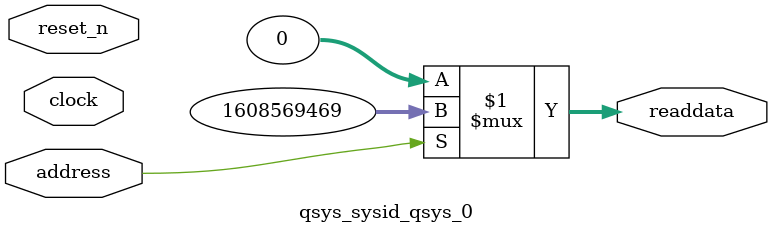
<source format=v>

`timescale 1ns / 1ps
// synthesis translate_on

// turn off superfluous verilog processor warnings 
// altera message_level Level1 
// altera message_off 10034 10035 10036 10037 10230 10240 10030 

module qsys_sysid_qsys_0 (
               // inputs:
                address,
                clock,
                reset_n,

               // outputs:
                readdata
             )
;

  output  [ 31: 0] readdata;
  input            address;
  input            clock;
  input            reset_n;

  wire    [ 31: 0] readdata;
  //control_slave, which is an e_avalon_slave
  assign readdata = address ? 1608569469 : 0;

endmodule




</source>
